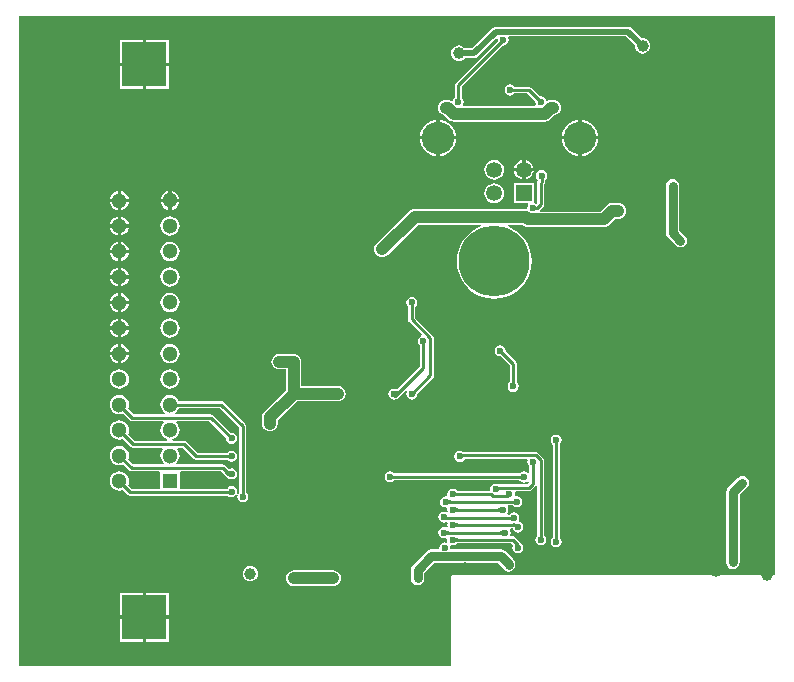
<source format=gbl>
G04*
G04 #@! TF.GenerationSoftware,Altium Limited,Altium Designer,18.1.7 (191)*
G04*
G04 Layer_Physical_Order=2*
G04 Layer_Color=16711680*
%FSLAX25Y25*%
%MOIN*%
G70*
G01*
G75*
%ADD10C,0.01968*%
%ADD15C,0.01000*%
%ADD63C,0.03937*%
%ADD64C,0.03150*%
%ADD65R,0.15000X0.15000*%
%ADD66C,0.05118*%
%ADD67R,0.05118X0.05118*%
%ADD68R,0.05315X0.05315*%
%ADD69C,0.05315*%
%ADD70C,0.10827*%
%ADD71C,0.23622*%
%ADD72C,0.03937*%
%ADD73C,0.02362*%
G36*
X251969Y-186366D02*
X144685D01*
X144439Y-186415D01*
X144231Y-186554D01*
X144092Y-186762D01*
X144043Y-187008D01*
Y-216535D01*
X0D01*
Y0D01*
X251969D01*
Y-186366D01*
D02*
G37*
%LPC*%
G36*
X203150Y-3472D02*
X159055D01*
X158425Y-3598D01*
X157891Y-3954D01*
X151092Y-10754D01*
X148666D01*
X148507Y-10546D01*
X147964Y-10130D01*
X147332Y-9868D01*
X146654Y-9779D01*
X145975Y-9868D01*
X145343Y-10130D01*
X144800Y-10546D01*
X144384Y-11089D01*
X144122Y-11721D01*
X144033Y-12400D01*
X144122Y-13078D01*
X144384Y-13710D01*
X144800Y-14253D01*
X145343Y-14669D01*
X145975Y-14931D01*
X146654Y-15020D01*
X147332Y-14931D01*
X147964Y-14669D01*
X148507Y-14253D01*
X148666Y-14045D01*
X151774D01*
X152403Y-13920D01*
X152937Y-13563D01*
X159196Y-7305D01*
X159657Y-7551D01*
X159571Y-7982D01*
X159607Y-8163D01*
X145642Y-22128D01*
X145392Y-22502D01*
X145305Y-22943D01*
Y-27332D01*
X145151Y-27435D01*
X144751Y-28034D01*
X144733Y-28121D01*
X144265Y-28297D01*
X144194Y-28242D01*
X143562Y-27980D01*
X142883Y-27891D01*
X142224D01*
X141546Y-27980D01*
X140914Y-28242D01*
X140371Y-28659D01*
X139955Y-29201D01*
X139693Y-29833D01*
X139604Y-30512D01*
X139693Y-31190D01*
X139955Y-31822D01*
X140371Y-32365D01*
X140914Y-32781D01*
X141546Y-33043D01*
X141733Y-33068D01*
X143038Y-34373D01*
X143581Y-34789D01*
X144213Y-35051D01*
X144891Y-35140D01*
X175282D01*
X175961Y-35051D01*
X176593Y-34789D01*
X177135Y-34373D01*
X178410Y-33098D01*
X178828Y-33043D01*
X179460Y-32781D01*
X180003Y-32365D01*
X180419Y-31822D01*
X180681Y-31190D01*
X180771Y-30512D01*
X180681Y-29833D01*
X180419Y-29201D01*
X180003Y-28659D01*
X179460Y-28242D01*
X178828Y-27980D01*
X178150Y-27891D01*
X177290D01*
X176612Y-27980D01*
X176192Y-28154D01*
X176156Y-28161D01*
X175638Y-27930D01*
X175619Y-27837D01*
X175219Y-27238D01*
X174620Y-26837D01*
X173914Y-26697D01*
X173732Y-26733D01*
X170791Y-23792D01*
X170417Y-23542D01*
X169976Y-23454D01*
X165137D01*
X165034Y-23301D01*
X164435Y-22900D01*
X163728Y-22760D01*
X163022Y-22900D01*
X162423Y-23301D01*
X162022Y-23900D01*
X161882Y-24606D01*
X162022Y-25313D01*
X162423Y-25912D01*
X163022Y-26312D01*
X163728Y-26453D01*
X164435Y-26312D01*
X165034Y-25912D01*
X165137Y-25758D01*
X169499D01*
X172103Y-28362D01*
X172067Y-28543D01*
X172207Y-29250D01*
X172307Y-29399D01*
X172040Y-29899D01*
X148391D01*
X148195Y-29532D01*
X148172Y-29399D01*
X148303Y-28740D01*
X148163Y-28034D01*
X147762Y-27435D01*
X147609Y-27332D01*
Y-23420D01*
X161236Y-9793D01*
X161417Y-9829D01*
X162124Y-9688D01*
X162723Y-9288D01*
X163123Y-8689D01*
X163264Y-7982D01*
X163123Y-7276D01*
X163076Y-7205D01*
X163312Y-6764D01*
X202468D01*
X205287Y-9583D01*
X205253Y-9843D01*
X205343Y-10521D01*
X205604Y-11153D01*
X206021Y-11696D01*
X206564Y-12112D01*
X207196Y-12374D01*
X207874Y-12463D01*
X208552Y-12374D01*
X209184Y-12112D01*
X209727Y-11696D01*
X210144Y-11153D01*
X210406Y-10521D01*
X210495Y-9843D01*
X210406Y-9164D01*
X210144Y-8532D01*
X209727Y-7989D01*
X209184Y-7573D01*
X208552Y-7311D01*
X207874Y-7222D01*
X207615Y-7256D01*
X204313Y-3954D01*
X203779Y-3598D01*
X203150Y-3472D01*
D02*
G37*
G36*
X49984Y-7967D02*
X42445D01*
Y-15507D01*
X49984D01*
Y-7967D01*
D02*
G37*
G36*
X41264D02*
X33724D01*
Y-15507D01*
X41264D01*
Y-7967D01*
D02*
G37*
G36*
X49984Y-16688D02*
X42445D01*
Y-24227D01*
X49984D01*
Y-16688D01*
D02*
G37*
G36*
X41264D02*
X33724D01*
Y-24227D01*
X41264D01*
Y-16688D01*
D02*
G37*
G36*
X187677Y-34497D02*
Y-39921D01*
X193101D01*
X193043Y-39327D01*
X192697Y-38188D01*
X192136Y-37138D01*
X191381Y-36218D01*
X190460Y-35463D01*
X189410Y-34902D01*
X188271Y-34556D01*
X187677Y-34497D01*
D02*
G37*
G36*
X186496D02*
X185902Y-34556D01*
X184763Y-34902D01*
X183713Y-35463D01*
X182793Y-36218D01*
X182038Y-37138D01*
X181476Y-38188D01*
X181131Y-39327D01*
X181072Y-39921D01*
X186496D01*
Y-34497D01*
D02*
G37*
G36*
X140276D02*
Y-39921D01*
X145700D01*
X145641Y-39327D01*
X145295Y-38188D01*
X144734Y-37138D01*
X143979Y-36218D01*
X143059Y-35463D01*
X142009Y-34902D01*
X140870Y-34556D01*
X140276Y-34497D01*
D02*
G37*
G36*
X139094D02*
X138500Y-34556D01*
X137361Y-34902D01*
X136311Y-35463D01*
X135391Y-36218D01*
X134636Y-37138D01*
X134075Y-38188D01*
X133729Y-39327D01*
X133671Y-39921D01*
X139094D01*
Y-34497D01*
D02*
G37*
G36*
X193101Y-41102D02*
X187677D01*
Y-46526D01*
X188271Y-46468D01*
X189410Y-46122D01*
X190460Y-45561D01*
X191381Y-44806D01*
X192136Y-43886D01*
X192697Y-42836D01*
X193043Y-41697D01*
X193101Y-41102D01*
D02*
G37*
G36*
X186496D02*
X181072D01*
X181131Y-41697D01*
X181476Y-42836D01*
X182038Y-43886D01*
X182793Y-44806D01*
X183713Y-45561D01*
X184763Y-46122D01*
X185902Y-46468D01*
X186496Y-46526D01*
Y-41102D01*
D02*
G37*
G36*
X145700D02*
X140276D01*
Y-46526D01*
X140870Y-46468D01*
X142009Y-46122D01*
X143059Y-45561D01*
X143979Y-44806D01*
X144734Y-43886D01*
X145295Y-42836D01*
X145641Y-41697D01*
X145700Y-41102D01*
D02*
G37*
G36*
X139094D02*
X133671D01*
X133729Y-41697D01*
X134075Y-42836D01*
X134636Y-43886D01*
X135391Y-44806D01*
X136311Y-45561D01*
X137361Y-46122D01*
X138500Y-46468D01*
X139094Y-46526D01*
Y-41102D01*
D02*
G37*
G36*
X168898Y-47943D02*
Y-50591D01*
X171545D01*
X171510Y-50323D01*
X171179Y-49523D01*
X170652Y-48836D01*
X169965Y-48310D01*
X169165Y-47978D01*
X168898Y-47943D01*
D02*
G37*
G36*
X167717D02*
X167449Y-47978D01*
X166649Y-48310D01*
X165963Y-48836D01*
X165436Y-49523D01*
X165104Y-50323D01*
X165069Y-50591D01*
X167717D01*
Y-47943D01*
D02*
G37*
G36*
X171545Y-51772D02*
X168898D01*
Y-54419D01*
X169165Y-54384D01*
X169965Y-54053D01*
X170652Y-53526D01*
X171179Y-52839D01*
X171510Y-52039D01*
X171545Y-51772D01*
D02*
G37*
G36*
X167717D02*
X165069D01*
X165104Y-52039D01*
X165436Y-52839D01*
X165963Y-53526D01*
X166649Y-54053D01*
X167449Y-54384D01*
X167717Y-54419D01*
Y-51772D01*
D02*
G37*
G36*
X158465Y-47865D02*
X157606Y-47978D01*
X156807Y-48310D01*
X156120Y-48836D01*
X155593Y-49523D01*
X155262Y-50323D01*
X155149Y-51181D01*
X155262Y-52039D01*
X155593Y-52839D01*
X156120Y-53526D01*
X156807Y-54053D01*
X157606Y-54384D01*
X158465Y-54497D01*
X159323Y-54384D01*
X160123Y-54053D01*
X160809Y-53526D01*
X161336Y-52839D01*
X161668Y-52039D01*
X161781Y-51181D01*
X161668Y-50323D01*
X161336Y-49523D01*
X160809Y-48836D01*
X160123Y-48310D01*
X159323Y-47978D01*
X158465Y-47865D01*
D02*
G37*
G36*
X50945Y-58293D02*
Y-60841D01*
X53493D01*
X53461Y-60599D01*
X53140Y-59824D01*
X52629Y-59157D01*
X51963Y-58646D01*
X51187Y-58325D01*
X50945Y-58293D01*
D02*
G37*
G36*
X49764D02*
X49522Y-58325D01*
X48746Y-58646D01*
X48080Y-59157D01*
X47569Y-59824D01*
X47247Y-60599D01*
X47216Y-60841D01*
X49764D01*
Y-58293D01*
D02*
G37*
G36*
X34055Y-58336D02*
Y-60884D01*
X36603D01*
X36571Y-60642D01*
X36250Y-59867D01*
X35739Y-59201D01*
X35073Y-58689D01*
X34297Y-58368D01*
X34055Y-58336D01*
D02*
G37*
G36*
X32874D02*
X32632Y-58368D01*
X31856Y-58689D01*
X31190Y-59201D01*
X30679Y-59867D01*
X30358Y-60642D01*
X30326Y-60884D01*
X32874D01*
Y-58336D01*
D02*
G37*
G36*
X158465Y-55739D02*
X157606Y-55852D01*
X156807Y-56184D01*
X156120Y-56710D01*
X155593Y-57397D01*
X155262Y-58197D01*
X155149Y-59055D01*
X155262Y-59913D01*
X155593Y-60713D01*
X156120Y-61400D01*
X156807Y-61927D01*
X157606Y-62258D01*
X158465Y-62371D01*
X159323Y-62258D01*
X160123Y-61927D01*
X160809Y-61400D01*
X161336Y-60713D01*
X161668Y-59913D01*
X161781Y-59055D01*
X161668Y-58197D01*
X161336Y-57397D01*
X160809Y-56710D01*
X160123Y-56184D01*
X159323Y-55852D01*
X158465Y-55739D01*
D02*
G37*
G36*
X174212Y-51303D02*
X173506Y-51444D01*
X172907Y-51844D01*
X172506Y-52443D01*
X172366Y-53149D01*
X172506Y-53856D01*
X172907Y-54455D01*
X173060Y-54558D01*
Y-54755D01*
X172849Y-55071D01*
X172761Y-55512D01*
Y-62224D01*
X172415Y-62570D01*
X171966Y-62270D01*
X171595Y-62196D01*
Y-55768D01*
X165020D01*
Y-62343D01*
X169613D01*
X169839Y-62843D01*
X169554Y-63270D01*
X169413Y-63976D01*
X169076Y-64336D01*
X168867Y-64308D01*
X131889D01*
X131211Y-64398D01*
X130579Y-64659D01*
X130036Y-65076D01*
X119210Y-75902D01*
X118793Y-76445D01*
X118531Y-77077D01*
X118442Y-77756D01*
X118531Y-78434D01*
X118793Y-79066D01*
X119210Y-79609D01*
X119752Y-80026D01*
X120384Y-80287D01*
X121063Y-80377D01*
X121741Y-80287D01*
X122373Y-80026D01*
X122916Y-79609D01*
X132975Y-69550D01*
X153964D01*
X154064Y-70050D01*
X152799Y-70574D01*
X151129Y-71597D01*
X149640Y-72869D01*
X148369Y-74358D01*
X147345Y-76028D01*
X146596Y-77837D01*
X146139Y-79741D01*
X145985Y-81693D01*
X146139Y-83645D01*
X146596Y-85549D01*
X147345Y-87358D01*
X148369Y-89028D01*
X149640Y-90517D01*
X151129Y-91789D01*
X152799Y-92812D01*
X154608Y-93562D01*
X156512Y-94019D01*
X158465Y-94172D01*
X160417Y-94019D01*
X162321Y-93562D01*
X164130Y-92812D01*
X165800Y-91789D01*
X167289Y-90517D01*
X168561Y-89028D01*
X169584Y-87358D01*
X170333Y-85549D01*
X170790Y-83645D01*
X170944Y-81693D01*
X170790Y-79741D01*
X170333Y-77837D01*
X169584Y-76028D01*
X168561Y-74358D01*
X167289Y-72869D01*
X165800Y-71597D01*
X164130Y-70574D01*
X162866Y-70050D01*
X162965Y-69550D01*
X167782D01*
X167841Y-69609D01*
X168384Y-70025D01*
X169016Y-70287D01*
X169694Y-70377D01*
X194933D01*
X195611Y-70287D01*
X196244Y-70025D01*
X196786Y-69609D01*
X198814Y-67581D01*
X199803D01*
X200482Y-67492D01*
X201114Y-67230D01*
X201656Y-66814D01*
X202073Y-66271D01*
X202335Y-65639D01*
X202424Y-64961D01*
X202335Y-64282D01*
X202073Y-63650D01*
X201656Y-63107D01*
X201114Y-62691D01*
X200482Y-62429D01*
X199803Y-62340D01*
X197728D01*
X197050Y-62429D01*
X196418Y-62691D01*
X195875Y-63107D01*
X193848Y-65135D01*
X173816D01*
X173609Y-64635D01*
X174728Y-63515D01*
X174978Y-63142D01*
X175066Y-62701D01*
Y-55970D01*
X175277Y-55654D01*
X175364Y-55213D01*
Y-54558D01*
X175518Y-54455D01*
X175918Y-53856D01*
X176059Y-53149D01*
X175918Y-52443D01*
X175518Y-51844D01*
X174919Y-51444D01*
X174212Y-51303D01*
D02*
G37*
G36*
X53493Y-62022D02*
X50945D01*
Y-64570D01*
X51187Y-64539D01*
X51963Y-64217D01*
X52629Y-63706D01*
X53140Y-63040D01*
X53461Y-62264D01*
X53493Y-62022D01*
D02*
G37*
G36*
X49764D02*
X47216D01*
X47247Y-62264D01*
X47569Y-63040D01*
X48080Y-63706D01*
X48746Y-64217D01*
X49522Y-64539D01*
X49764Y-64570D01*
Y-62022D01*
D02*
G37*
G36*
X36603Y-62066D02*
X34055D01*
Y-64614D01*
X34297Y-64582D01*
X35073Y-64261D01*
X35739Y-63749D01*
X36250Y-63083D01*
X36571Y-62307D01*
X36603Y-62066D01*
D02*
G37*
G36*
X32874D02*
X30326D01*
X30358Y-62307D01*
X30679Y-63083D01*
X31190Y-63749D01*
X31856Y-64261D01*
X32632Y-64582D01*
X32874Y-64614D01*
Y-62066D01*
D02*
G37*
G36*
X34055Y-66797D02*
Y-69345D01*
X36603D01*
X36571Y-69103D01*
X36250Y-68327D01*
X35739Y-67661D01*
X35073Y-67150D01*
X34297Y-66829D01*
X34055Y-66797D01*
D02*
G37*
G36*
X32874D02*
X32632Y-66829D01*
X31856Y-67150D01*
X31190Y-67661D01*
X30679Y-68327D01*
X30358Y-69103D01*
X30326Y-69345D01*
X32874D01*
Y-66797D01*
D02*
G37*
G36*
X36603Y-70526D02*
X34055D01*
Y-73074D01*
X34297Y-73042D01*
X35073Y-72721D01*
X35739Y-72210D01*
X36250Y-71544D01*
X36571Y-70768D01*
X36603Y-70526D01*
D02*
G37*
G36*
X32874D02*
X30326D01*
X30358Y-70768D01*
X30679Y-71544D01*
X31190Y-72210D01*
X31856Y-72721D01*
X32632Y-73042D01*
X32874Y-73074D01*
Y-70526D01*
D02*
G37*
G36*
X50354Y-66719D02*
X49522Y-66829D01*
X48746Y-67150D01*
X48080Y-67661D01*
X47569Y-68327D01*
X47247Y-69103D01*
X47138Y-69936D01*
X47247Y-70768D01*
X47569Y-71544D01*
X48080Y-72210D01*
X48746Y-72721D01*
X49522Y-73042D01*
X50354Y-73152D01*
X51187Y-73042D01*
X51963Y-72721D01*
X52629Y-72210D01*
X53140Y-71544D01*
X53461Y-70768D01*
X53571Y-69936D01*
X53461Y-69103D01*
X53140Y-68327D01*
X52629Y-67661D01*
X51963Y-67150D01*
X51187Y-66829D01*
X50354Y-66719D01*
D02*
G37*
G36*
X217913Y-54248D02*
X217053Y-54419D01*
X216324Y-54907D01*
X215837Y-55636D01*
X215666Y-56496D01*
Y-72244D01*
X215837Y-73104D01*
X216324Y-73834D01*
X218883Y-76393D01*
X219612Y-76880D01*
X220472Y-77051D01*
X221333Y-76880D01*
X222062Y-76393D01*
X222549Y-75663D01*
X222720Y-74803D01*
X222549Y-73943D01*
X222062Y-73214D01*
X220161Y-71313D01*
Y-56496D01*
X219990Y-55636D01*
X219503Y-54907D01*
X218774Y-54419D01*
X217913Y-54248D01*
D02*
G37*
G36*
X34055Y-75301D02*
Y-77849D01*
X36603D01*
X36571Y-77607D01*
X36250Y-76831D01*
X35739Y-76165D01*
X35073Y-75654D01*
X34297Y-75333D01*
X34055Y-75301D01*
D02*
G37*
G36*
X32874D02*
X32632Y-75333D01*
X31856Y-75654D01*
X31190Y-76165D01*
X30679Y-76831D01*
X30358Y-77607D01*
X30326Y-77849D01*
X32874D01*
Y-75301D01*
D02*
G37*
G36*
X36603Y-79030D02*
X34055D01*
Y-81578D01*
X34297Y-81546D01*
X35073Y-81225D01*
X35739Y-80714D01*
X36250Y-80048D01*
X36571Y-79272D01*
X36603Y-79030D01*
D02*
G37*
G36*
X32874D02*
X30326D01*
X30358Y-79272D01*
X30679Y-80048D01*
X31190Y-80714D01*
X31856Y-81225D01*
X32632Y-81546D01*
X32874Y-81578D01*
Y-79030D01*
D02*
G37*
G36*
X50354Y-75223D02*
X49522Y-75333D01*
X48746Y-75654D01*
X48080Y-76165D01*
X47569Y-76831D01*
X47247Y-77607D01*
X47138Y-78439D01*
X47247Y-79272D01*
X47569Y-80048D01*
X48080Y-80714D01*
X48746Y-81225D01*
X49522Y-81546D01*
X50354Y-81656D01*
X51187Y-81546D01*
X51963Y-81225D01*
X52629Y-80714D01*
X53140Y-80048D01*
X53461Y-79272D01*
X53571Y-78439D01*
X53461Y-77607D01*
X53140Y-76831D01*
X52629Y-76165D01*
X51963Y-75654D01*
X51187Y-75333D01*
X50354Y-75223D01*
D02*
G37*
G36*
X34055Y-83836D02*
Y-86384D01*
X36603D01*
X36571Y-86142D01*
X36250Y-85367D01*
X35739Y-84701D01*
X35073Y-84189D01*
X34297Y-83868D01*
X34055Y-83836D01*
D02*
G37*
G36*
X32874D02*
X32632Y-83868D01*
X31856Y-84189D01*
X31190Y-84701D01*
X30679Y-85367D01*
X30358Y-86142D01*
X30326Y-86384D01*
X32874D01*
Y-83836D01*
D02*
G37*
G36*
X36603Y-87565D02*
X34055D01*
Y-90114D01*
X34297Y-90082D01*
X35073Y-89761D01*
X35739Y-89249D01*
X36250Y-88583D01*
X36571Y-87807D01*
X36603Y-87565D01*
D02*
G37*
G36*
X32874D02*
X30326D01*
X30358Y-87807D01*
X30679Y-88583D01*
X31190Y-89249D01*
X31856Y-89761D01*
X32632Y-90082D01*
X32874Y-90114D01*
Y-87565D01*
D02*
G37*
G36*
X50354Y-83727D02*
X49522Y-83837D01*
X48746Y-84158D01*
X48080Y-84669D01*
X47569Y-85335D01*
X47247Y-86111D01*
X47138Y-86944D01*
X47247Y-87776D01*
X47569Y-88552D01*
X48080Y-89218D01*
X48746Y-89729D01*
X49522Y-90050D01*
X50354Y-90160D01*
X51187Y-90050D01*
X51963Y-89729D01*
X52629Y-89218D01*
X53140Y-88552D01*
X53461Y-87776D01*
X53571Y-86944D01*
X53461Y-86111D01*
X53140Y-85335D01*
X52629Y-84669D01*
X51963Y-84158D01*
X51187Y-83837D01*
X50354Y-83727D01*
D02*
G37*
G36*
X34055Y-92336D02*
Y-94884D01*
X36603D01*
X36571Y-94642D01*
X36250Y-93867D01*
X35739Y-93200D01*
X35073Y-92689D01*
X34297Y-92368D01*
X34055Y-92336D01*
D02*
G37*
G36*
X32874D02*
X32632Y-92368D01*
X31856Y-92689D01*
X31190Y-93200D01*
X30679Y-93867D01*
X30358Y-94642D01*
X30326Y-94884D01*
X32874D01*
Y-92336D01*
D02*
G37*
G36*
X36603Y-96065D02*
X34055D01*
Y-98614D01*
X34297Y-98582D01*
X35073Y-98260D01*
X35739Y-97749D01*
X36250Y-97083D01*
X36571Y-96307D01*
X36603Y-96065D01*
D02*
G37*
G36*
X32874D02*
X30326D01*
X30358Y-96307D01*
X30679Y-97083D01*
X31190Y-97749D01*
X31856Y-98260D01*
X32632Y-98582D01*
X32874Y-98614D01*
Y-96065D01*
D02*
G37*
G36*
X50354Y-92231D02*
X49522Y-92341D01*
X48746Y-92662D01*
X48080Y-93173D01*
X47569Y-93839D01*
X47247Y-94615D01*
X47138Y-95447D01*
X47247Y-96280D01*
X47569Y-97056D01*
X48080Y-97722D01*
X48746Y-98233D01*
X49522Y-98554D01*
X50354Y-98664D01*
X51187Y-98554D01*
X51963Y-98233D01*
X52629Y-97722D01*
X53140Y-97056D01*
X53461Y-96280D01*
X53571Y-95447D01*
X53461Y-94615D01*
X53140Y-93839D01*
X52629Y-93173D01*
X51963Y-92662D01*
X51187Y-92341D01*
X50354Y-92231D01*
D02*
G37*
G36*
X34055Y-100836D02*
Y-103384D01*
X36603D01*
X36571Y-103142D01*
X36250Y-102367D01*
X35739Y-101700D01*
X35073Y-101189D01*
X34297Y-100868D01*
X34055Y-100836D01*
D02*
G37*
G36*
X32874D02*
X32632Y-100868D01*
X31856Y-101189D01*
X31190Y-101700D01*
X30679Y-102367D01*
X30358Y-103142D01*
X30326Y-103384D01*
X32874D01*
Y-100836D01*
D02*
G37*
G36*
X36603Y-104566D02*
X34055D01*
Y-107114D01*
X34297Y-107082D01*
X35073Y-106761D01*
X35739Y-106249D01*
X36250Y-105583D01*
X36571Y-104807D01*
X36603Y-104566D01*
D02*
G37*
G36*
X32874D02*
X30326D01*
X30358Y-104807D01*
X30679Y-105583D01*
X31190Y-106249D01*
X31856Y-106761D01*
X32632Y-107082D01*
X32874Y-107114D01*
Y-104566D01*
D02*
G37*
G36*
X50354Y-100735D02*
X49522Y-100844D01*
X48746Y-101166D01*
X48080Y-101677D01*
X47569Y-102343D01*
X47247Y-103119D01*
X47138Y-103951D01*
X47247Y-104784D01*
X47569Y-105560D01*
X48080Y-106226D01*
X48746Y-106737D01*
X49522Y-107058D01*
X50354Y-107168D01*
X51187Y-107058D01*
X51963Y-106737D01*
X52629Y-106226D01*
X53140Y-105560D01*
X53461Y-104784D01*
X53571Y-103951D01*
X53461Y-103119D01*
X53140Y-102343D01*
X52629Y-101677D01*
X51963Y-101166D01*
X51187Y-100844D01*
X50354Y-100735D01*
D02*
G37*
G36*
X34055Y-109336D02*
Y-111884D01*
X36603D01*
X36571Y-111642D01*
X36250Y-110867D01*
X35739Y-110201D01*
X35073Y-109689D01*
X34297Y-109368D01*
X34055Y-109336D01*
D02*
G37*
G36*
X32874D02*
X32632Y-109368D01*
X31856Y-109689D01*
X31190Y-110201D01*
X30679Y-110867D01*
X30358Y-111642D01*
X30326Y-111884D01*
X32874D01*
Y-109336D01*
D02*
G37*
G36*
X36603Y-113066D02*
X34055D01*
Y-115614D01*
X34297Y-115582D01*
X35073Y-115261D01*
X35739Y-114749D01*
X36250Y-114083D01*
X36571Y-113307D01*
X36603Y-113066D01*
D02*
G37*
G36*
X32874D02*
X30326D01*
X30358Y-113307D01*
X30679Y-114083D01*
X31190Y-114749D01*
X31856Y-115261D01*
X32632Y-115582D01*
X32874Y-115614D01*
Y-113066D01*
D02*
G37*
G36*
X50354Y-109239D02*
X49522Y-109348D01*
X48746Y-109670D01*
X48080Y-110181D01*
X47569Y-110847D01*
X47247Y-111623D01*
X47138Y-112455D01*
X47247Y-113288D01*
X47569Y-114064D01*
X48080Y-114730D01*
X48746Y-115241D01*
X49522Y-115562D01*
X50354Y-115672D01*
X51187Y-115562D01*
X51963Y-115241D01*
X52629Y-114730D01*
X53140Y-114064D01*
X53461Y-113288D01*
X53571Y-112455D01*
X53461Y-111623D01*
X53140Y-110847D01*
X52629Y-110181D01*
X51963Y-109670D01*
X51187Y-109348D01*
X50354Y-109239D01*
D02*
G37*
G36*
Y-117743D02*
X49522Y-117852D01*
X48746Y-118174D01*
X48080Y-118685D01*
X47569Y-119351D01*
X47247Y-120127D01*
X47138Y-120959D01*
X47247Y-121792D01*
X47569Y-122568D01*
X48080Y-123234D01*
X48746Y-123745D01*
X49522Y-124066D01*
X50354Y-124176D01*
X51187Y-124066D01*
X51963Y-123745D01*
X52629Y-123234D01*
X53140Y-122568D01*
X53461Y-121792D01*
X53571Y-120959D01*
X53461Y-120127D01*
X53140Y-119351D01*
X52629Y-118685D01*
X51963Y-118174D01*
X51187Y-117852D01*
X50354Y-117743D01*
D02*
G37*
G36*
X33465Y-117758D02*
X32632Y-117868D01*
X31856Y-118189D01*
X31190Y-118701D01*
X30679Y-119367D01*
X30358Y-120142D01*
X30248Y-120975D01*
X30358Y-121807D01*
X30679Y-122583D01*
X31190Y-123249D01*
X31856Y-123760D01*
X32632Y-124082D01*
X33465Y-124191D01*
X34297Y-124082D01*
X35073Y-123760D01*
X35739Y-123249D01*
X36250Y-122583D01*
X36571Y-121807D01*
X36681Y-120975D01*
X36571Y-120142D01*
X36250Y-119367D01*
X35739Y-118701D01*
X35073Y-118189D01*
X34297Y-117868D01*
X33465Y-117758D01*
D02*
G37*
G36*
X130906Y-93597D02*
X130199Y-93737D01*
X129600Y-94137D01*
X129200Y-94736D01*
X129059Y-95443D01*
X129200Y-96150D01*
X129600Y-96749D01*
X129753Y-96851D01*
Y-101062D01*
X129841Y-101503D01*
X130091Y-101877D01*
X134295Y-106081D01*
X134174Y-106479D01*
X134096Y-106589D01*
X133537Y-106962D01*
X133137Y-107561D01*
X132996Y-108268D01*
X133137Y-108974D01*
X133537Y-109573D01*
X133691Y-109676D01*
Y-116649D01*
X125919Y-124420D01*
X125706Y-124278D01*
X125000Y-124137D01*
X124293Y-124278D01*
X123694Y-124678D01*
X123294Y-125277D01*
X123153Y-125984D01*
X123294Y-126691D01*
X123694Y-127290D01*
X124293Y-127690D01*
X125000Y-127831D01*
X125161Y-127798D01*
X125295Y-127825D01*
X125295Y-127825D01*
X125295Y-127825D01*
X125295D01*
X125515Y-127782D01*
X125735Y-127738D01*
X125736Y-127738D01*
X125736Y-127738D01*
X125928Y-127609D01*
X126109Y-127488D01*
X126306Y-127292D01*
X126306Y-127291D01*
X126307Y-127291D01*
X129007Y-124591D01*
X129060Y-124586D01*
X129266Y-124840D01*
X129341Y-125066D01*
X129199Y-125277D01*
X129059Y-125984D01*
X129199Y-126691D01*
X129599Y-127290D01*
X130199Y-127690D01*
X130905Y-127831D01*
X131612Y-127690D01*
X132211Y-127290D01*
X132611Y-126691D01*
X132752Y-125984D01*
X132716Y-125803D01*
X137968Y-120550D01*
X138218Y-120177D01*
X138306Y-119736D01*
Y-107310D01*
X138218Y-106869D01*
X137968Y-106496D01*
X132058Y-100585D01*
Y-96851D01*
X132211Y-96749D01*
X132612Y-96150D01*
X132752Y-95443D01*
X132612Y-94736D01*
X132211Y-94137D01*
X131612Y-93737D01*
X130906Y-93597D01*
D02*
G37*
G36*
X160433Y-109650D02*
X159726Y-109790D01*
X159127Y-110190D01*
X158727Y-110789D01*
X158587Y-111496D01*
X158727Y-112203D01*
X159127Y-112802D01*
X159726Y-113202D01*
X160433Y-113342D01*
X160614Y-113306D01*
X163607Y-116299D01*
Y-122012D01*
X163453Y-122115D01*
X163053Y-122714D01*
X162913Y-123421D01*
X163053Y-124127D01*
X163453Y-124726D01*
X164052Y-125126D01*
X164759Y-125267D01*
X165466Y-125126D01*
X166065Y-124726D01*
X166465Y-124127D01*
X166606Y-123421D01*
X166465Y-122714D01*
X166065Y-122115D01*
X165911Y-122012D01*
Y-115822D01*
X165823Y-115381D01*
X165574Y-115007D01*
X162243Y-111677D01*
X162279Y-111496D01*
X162139Y-110789D01*
X161739Y-110190D01*
X161140Y-109790D01*
X160433Y-109650D01*
D02*
G37*
G36*
X50354Y-126247D02*
X49522Y-126356D01*
X48746Y-126678D01*
X48080Y-127189D01*
X47569Y-127855D01*
X47247Y-128631D01*
X47138Y-129463D01*
X47247Y-130296D01*
X47569Y-131071D01*
X48080Y-131737D01*
X48691Y-132206D01*
X48682Y-132398D01*
X48550Y-132706D01*
X38292D01*
X36373Y-130787D01*
X36571Y-130307D01*
X36681Y-129475D01*
X36571Y-128642D01*
X36250Y-127867D01*
X35739Y-127200D01*
X35073Y-126689D01*
X34297Y-126368D01*
X33465Y-126258D01*
X32632Y-126368D01*
X31856Y-126689D01*
X31190Y-127200D01*
X30679Y-127867D01*
X30358Y-128642D01*
X30248Y-129475D01*
X30358Y-130307D01*
X30679Y-131083D01*
X31190Y-131749D01*
X31856Y-132261D01*
X32632Y-132582D01*
X33465Y-132691D01*
X34297Y-132582D01*
X34730Y-132403D01*
X37000Y-134673D01*
X37374Y-134923D01*
X37815Y-135010D01*
X48148D01*
X48318Y-135510D01*
X48080Y-135693D01*
X47569Y-136359D01*
X47247Y-137135D01*
X47138Y-137967D01*
X47247Y-138800D01*
X47569Y-139575D01*
X48080Y-140242D01*
X48746Y-140753D01*
X49522Y-141074D01*
X49448Y-141565D01*
X38650D01*
X36373Y-139287D01*
X36571Y-138807D01*
X36681Y-137975D01*
X36571Y-137142D01*
X36250Y-136367D01*
X35739Y-135701D01*
X35073Y-135189D01*
X34297Y-134868D01*
X33465Y-134758D01*
X32632Y-134868D01*
X31856Y-135189D01*
X31190Y-135701D01*
X30679Y-136367D01*
X30358Y-137142D01*
X30248Y-137975D01*
X30358Y-138807D01*
X30679Y-139583D01*
X31190Y-140249D01*
X31856Y-140761D01*
X32632Y-141082D01*
X33465Y-141191D01*
X34297Y-141082D01*
X34730Y-140902D01*
X37359Y-143531D01*
X37359Y-143531D01*
X37732Y-143781D01*
X38173Y-143869D01*
X47724D01*
X47948Y-144369D01*
X47569Y-144863D01*
X47247Y-145639D01*
X47138Y-146471D01*
X47247Y-147304D01*
X47569Y-148079D01*
X48080Y-148746D01*
X48332Y-148939D01*
X48162Y-149439D01*
X38024D01*
X36373Y-147787D01*
X36571Y-147307D01*
X36681Y-146475D01*
X36571Y-145642D01*
X36250Y-144867D01*
X35739Y-144201D01*
X35073Y-143689D01*
X34297Y-143368D01*
X33465Y-143258D01*
X32632Y-143368D01*
X31856Y-143689D01*
X31190Y-144201D01*
X30679Y-144867D01*
X30358Y-145642D01*
X30248Y-146475D01*
X30358Y-147307D01*
X30679Y-148083D01*
X31190Y-148749D01*
X31856Y-149260D01*
X32632Y-149582D01*
X33465Y-149691D01*
X34297Y-149582D01*
X34730Y-149402D01*
X36733Y-151405D01*
X37106Y-151655D01*
X37547Y-151743D01*
X46683D01*
X47165Y-151786D01*
X47165Y-152243D01*
Y-157545D01*
X37631D01*
X36373Y-156287D01*
X36571Y-155807D01*
X36681Y-154975D01*
X36571Y-154142D01*
X36250Y-153367D01*
X35739Y-152700D01*
X35073Y-152189D01*
X34297Y-151868D01*
X33465Y-151758D01*
X32632Y-151868D01*
X31856Y-152189D01*
X31190Y-152700D01*
X30679Y-153367D01*
X30358Y-154142D01*
X30248Y-154975D01*
X30358Y-155807D01*
X30679Y-156583D01*
X31190Y-157249D01*
X31856Y-157761D01*
X32632Y-158082D01*
X33465Y-158191D01*
X34297Y-158082D01*
X34730Y-157903D01*
X36339Y-159511D01*
X36713Y-159761D01*
X37154Y-159849D01*
X37154Y-159849D01*
X69678D01*
X70159Y-160170D01*
X70866Y-160311D01*
X71573Y-160170D01*
X72172Y-159770D01*
X72372Y-159471D01*
X72451Y-159351D01*
X72922Y-159546D01*
X72892Y-159700D01*
X72807Y-160126D01*
X72948Y-160832D01*
X73348Y-161431D01*
X73947Y-161831D01*
X74654Y-161972D01*
X75360Y-161831D01*
X75959Y-161431D01*
X76359Y-160832D01*
X76500Y-160126D01*
X76359Y-159419D01*
X75959Y-158820D01*
X75806Y-158717D01*
Y-136661D01*
X75718Y-136221D01*
X75468Y-135847D01*
X68303Y-128681D01*
X67929Y-128432D01*
X67488Y-128344D01*
X53342D01*
X53140Y-127855D01*
X52629Y-127189D01*
X51963Y-126678D01*
X51187Y-126356D01*
X50354Y-126247D01*
D02*
G37*
G36*
X91536Y-112537D02*
X86811D01*
X86133Y-112626D01*
X85501Y-112888D01*
X84958Y-113304D01*
X84541Y-113847D01*
X84280Y-114479D01*
X84190Y-115157D01*
X84280Y-115836D01*
X84541Y-116468D01*
X84958Y-117011D01*
X85501Y-117427D01*
X86133Y-117689D01*
X86811Y-117778D01*
X88915D01*
Y-124702D01*
X81808Y-131808D01*
X81392Y-132351D01*
X81130Y-132983D01*
X81041Y-133661D01*
Y-135827D01*
X81130Y-136505D01*
X81392Y-137137D01*
X81808Y-137680D01*
X82351Y-138096D01*
X82983Y-138358D01*
X83661Y-138448D01*
X84340Y-138358D01*
X84972Y-138096D01*
X85515Y-137680D01*
X85931Y-137137D01*
X86193Y-136505D01*
X86282Y-135827D01*
Y-134747D01*
X92621Y-128408D01*
X106299D01*
X106977Y-128319D01*
X107610Y-128057D01*
X108152Y-127641D01*
X108569Y-127098D01*
X108831Y-126466D01*
X108920Y-125787D01*
X108831Y-125109D01*
X108569Y-124477D01*
X108152Y-123934D01*
X107610Y-123518D01*
X106977Y-123256D01*
X106299Y-123167D01*
X94156D01*
Y-115158D01*
X94156Y-115157D01*
X94067Y-114479D01*
X93805Y-113847D01*
X93389Y-113304D01*
X92846Y-112888D01*
X92214Y-112626D01*
X91536Y-112537D01*
D02*
G37*
G36*
X146996Y-144905D02*
X146289Y-145046D01*
X145690Y-145446D01*
X145290Y-146045D01*
X145150Y-146752D01*
X145290Y-147459D01*
X145690Y-148058D01*
X146289Y-148458D01*
X146996Y-148599D01*
X147703Y-148458D01*
X148302Y-148058D01*
X148699Y-147463D01*
X169326D01*
X169522Y-147830D01*
X169544Y-147963D01*
X169413Y-148622D01*
X169554Y-149329D01*
X169954Y-149928D01*
X170108Y-150030D01*
Y-152157D01*
X169613Y-152316D01*
X169014Y-151916D01*
X168307Y-151776D01*
X167601Y-151916D01*
X167001Y-152316D01*
X166951Y-152391D01*
X125180D01*
X125077Y-152238D01*
X124478Y-151837D01*
X123772Y-151697D01*
X123065Y-151837D01*
X122466Y-152238D01*
X122066Y-152837D01*
X121925Y-153543D01*
X122066Y-154250D01*
X122466Y-154849D01*
X123065Y-155249D01*
X123772Y-155390D01*
X124478Y-155249D01*
X125077Y-154849D01*
X125180Y-154695D01*
X166846D01*
X167001Y-154928D01*
X167601Y-155328D01*
X168307Y-155468D01*
X169014Y-155328D01*
X169404Y-155067D01*
X169932Y-155281D01*
X169975Y-155561D01*
X169465Y-156071D01*
X164903D01*
X164476Y-155986D01*
X159534D01*
X159358Y-156021D01*
X158896Y-155929D01*
X158190Y-156070D01*
X157590Y-156470D01*
X157190Y-157069D01*
X157050Y-157776D01*
X157057Y-157812D01*
X156740Y-158198D01*
X145995D01*
X145892Y-158045D01*
X145293Y-157644D01*
X144587Y-157504D01*
X143880Y-157644D01*
X143281Y-158045D01*
X142881Y-158644D01*
X142740Y-159350D01*
X142803Y-159668D01*
X142378Y-160093D01*
X142224Y-160063D01*
X141518Y-160204D01*
X140919Y-160604D01*
X140518Y-161203D01*
X140378Y-161909D01*
X140518Y-162616D01*
X140919Y-163215D01*
X141518Y-163615D01*
X142224Y-163756D01*
X142378Y-163725D01*
X142803Y-164151D01*
X142740Y-164469D01*
X142865Y-165097D01*
X142683Y-165294D01*
X142460Y-165428D01*
X142301Y-165322D01*
X141595Y-165181D01*
X140888Y-165322D01*
X140289Y-165722D01*
X139889Y-166321D01*
X139748Y-167028D01*
X139889Y-167734D01*
X140289Y-168333D01*
X140888Y-168734D01*
X141595Y-168874D01*
X142301Y-168734D01*
X142616Y-168523D01*
X142958Y-168859D01*
X142970Y-168928D01*
X142839Y-169587D01*
X142964Y-170215D01*
X142782Y-170412D01*
X142558Y-170546D01*
X142400Y-170440D01*
X141693Y-170299D01*
X140986Y-170440D01*
X140387Y-170840D01*
X139987Y-171439D01*
X139846Y-172146D01*
X139987Y-172852D01*
X140387Y-173451D01*
X140986Y-173852D01*
X141693Y-173992D01*
X142400Y-173852D01*
X142806Y-174181D01*
X142740Y-174512D01*
X142857Y-175102D01*
X142616Y-175410D01*
X142475Y-175511D01*
X142002Y-175417D01*
X141296Y-175558D01*
X140697Y-175958D01*
X140296Y-176557D01*
X140156Y-177264D01*
X140162Y-177296D01*
X139845Y-177682D01*
X137485D01*
X136625Y-177853D01*
X135896Y-178341D01*
X131284Y-182952D01*
X130797Y-183681D01*
X130626Y-184541D01*
Y-187402D01*
X130797Y-188262D01*
X131284Y-188991D01*
X132014Y-189478D01*
X132874Y-189649D01*
X133734Y-189478D01*
X134464Y-188991D01*
X134951Y-188262D01*
X135122Y-187402D01*
Y-185472D01*
X138416Y-182178D01*
X159704D01*
X161115Y-183589D01*
X161152Y-183774D01*
X161639Y-184503D01*
X162368Y-184990D01*
X163228Y-185161D01*
X164089Y-184990D01*
X164818Y-184503D01*
X165305Y-183774D01*
X165476Y-182913D01*
Y-182523D01*
X165305Y-181663D01*
X164818Y-180934D01*
X162225Y-178341D01*
X161495Y-177853D01*
X160635Y-177682D01*
X144160D01*
X143842Y-177296D01*
X143849Y-177264D01*
X143731Y-176674D01*
X143973Y-176366D01*
X144114Y-176264D01*
X144587Y-176358D01*
X145293Y-176218D01*
X145892Y-175818D01*
X145939Y-175748D01*
X145963Y-175733D01*
X145996Y-175716D01*
X146037Y-175700D01*
X146084Y-175686D01*
X146141Y-175673D01*
X146201Y-175664D01*
X164192D01*
X164774Y-176246D01*
X164632Y-176458D01*
X164492Y-177165D01*
X164632Y-177872D01*
X165033Y-178471D01*
X165632Y-178871D01*
X166338Y-179011D01*
X167045Y-178871D01*
X167644Y-178471D01*
X168044Y-177872D01*
X168185Y-177165D01*
X168044Y-176458D01*
X167644Y-175859D01*
X167392Y-175691D01*
X167314Y-175607D01*
X167153Y-175366D01*
X165484Y-173697D01*
X165110Y-173448D01*
X164669Y-173360D01*
X163960D01*
X163725Y-172919D01*
X163769Y-172852D01*
X163909Y-172146D01*
X163769Y-171439D01*
X163635Y-171239D01*
X163902Y-170739D01*
X164587D01*
X164635Y-170982D01*
X165035Y-171581D01*
X165635Y-171982D01*
X166341Y-172122D01*
X167048Y-171982D01*
X167647Y-171581D01*
X168047Y-170982D01*
X168188Y-170276D01*
X168047Y-169569D01*
X167647Y-168970D01*
X167048Y-168570D01*
X166795Y-168519D01*
X166604Y-168058D01*
X166654Y-167982D01*
X166795Y-167276D01*
X166654Y-166569D01*
X166254Y-165970D01*
X165655Y-165570D01*
X164948Y-165429D01*
X164242Y-165570D01*
X163643Y-165970D01*
X163540Y-166123D01*
X162933D01*
X162725Y-165623D01*
X163025Y-165175D01*
X163165Y-164469D01*
X163025Y-163762D01*
X162891Y-163561D01*
X163158Y-163061D01*
X164576D01*
X164678Y-163215D01*
X165278Y-163615D01*
X165984Y-163756D01*
X166691Y-163615D01*
X167290Y-163215D01*
X167690Y-162616D01*
X167831Y-161909D01*
X167690Y-161203D01*
X167290Y-160604D01*
X166691Y-160204D01*
X165984Y-160063D01*
X165743Y-160111D01*
X165318Y-159686D01*
X165365Y-159449D01*
X165251Y-158875D01*
X165534Y-158375D01*
X169942D01*
X170383Y-158287D01*
X170757Y-158038D01*
X172074Y-156720D01*
X172261Y-156440D01*
X172732Y-156512D01*
X172761Y-156524D01*
Y-173103D01*
X172608Y-173206D01*
X172207Y-173805D01*
X172067Y-174512D01*
X172207Y-175218D01*
X172608Y-175817D01*
X173207Y-176218D01*
X173914Y-176358D01*
X174620Y-176218D01*
X175219Y-175817D01*
X175619Y-175218D01*
X175760Y-174512D01*
X175619Y-173805D01*
X175219Y-173206D01*
X175066Y-173103D01*
Y-148007D01*
X174978Y-147567D01*
X174728Y-147193D01*
X173032Y-145496D01*
X172658Y-145247D01*
X172217Y-145159D01*
X147872D01*
X147703Y-145046D01*
X146996Y-144905D01*
D02*
G37*
G36*
X179134Y-139547D02*
X178427Y-139688D01*
X177828Y-140088D01*
X177428Y-140687D01*
X177287Y-141394D01*
X177428Y-142100D01*
X177828Y-142699D01*
X177982Y-142802D01*
Y-173788D01*
X177828Y-173891D01*
X177428Y-174490D01*
X177287Y-175197D01*
X177428Y-175903D01*
X177828Y-176503D01*
X178427Y-176903D01*
X179134Y-177043D01*
X179841Y-176903D01*
X180439Y-176503D01*
X180840Y-175903D01*
X180980Y-175197D01*
X180840Y-174490D01*
X180439Y-173891D01*
X180286Y-173788D01*
Y-142802D01*
X180439Y-142699D01*
X180840Y-142100D01*
X180980Y-141394D01*
X180840Y-140687D01*
X180439Y-140088D01*
X179841Y-139688D01*
X179134Y-139547D01*
D02*
G37*
G36*
X241142Y-153264D02*
X240282Y-153435D01*
X239552Y-153922D01*
X236403Y-157072D01*
X235915Y-157801D01*
X235744Y-158661D01*
Y-182087D01*
X235915Y-182947D01*
X236403Y-183676D01*
X237132Y-184163D01*
X237992Y-184335D01*
X238852Y-184163D01*
X239582Y-183676D01*
X240069Y-182947D01*
X240240Y-182087D01*
Y-159592D01*
X242731Y-157101D01*
X243218Y-156372D01*
X243390Y-155512D01*
X243218Y-154652D01*
X242731Y-153922D01*
X242002Y-153435D01*
X241142Y-153264D01*
D02*
G37*
G36*
X77165Y-183206D02*
X76487Y-183295D01*
X75855Y-183557D01*
X75312Y-183974D01*
X74896Y-184516D01*
X74634Y-185149D01*
X74545Y-185827D01*
X74634Y-186505D01*
X74896Y-187137D01*
X75312Y-187680D01*
X75855Y-188096D01*
X76487Y-188358D01*
X77165Y-188448D01*
X77844Y-188358D01*
X78476Y-188096D01*
X79019Y-187680D01*
X79435Y-187137D01*
X79697Y-186505D01*
X79786Y-185827D01*
X79697Y-185149D01*
X79435Y-184516D01*
X79019Y-183974D01*
X78476Y-183557D01*
X77844Y-183295D01*
X77165Y-183206D01*
D02*
G37*
G36*
X104724Y-184781D02*
X91535D01*
X90857Y-184870D01*
X90225Y-185132D01*
X89682Y-185548D01*
X89266Y-186091D01*
X89004Y-186723D01*
X88915Y-187402D01*
X89004Y-188080D01*
X89266Y-188712D01*
X89682Y-189255D01*
X90225Y-189671D01*
X90857Y-189933D01*
X91535Y-190022D01*
X104724D01*
X105403Y-189933D01*
X106035Y-189671D01*
X106578Y-189255D01*
X106994Y-188712D01*
X107256Y-188080D01*
X107345Y-187402D01*
X107256Y-186723D01*
X106994Y-186091D01*
X106578Y-185548D01*
X106035Y-185132D01*
X105403Y-184870D01*
X104724Y-184781D01*
D02*
G37*
G36*
X49984Y-192219D02*
X42445D01*
Y-199758D01*
X49984D01*
Y-192219D01*
D02*
G37*
G36*
X41264D02*
X33724D01*
Y-199758D01*
X41264D01*
Y-192219D01*
D02*
G37*
G36*
X49984Y-200939D02*
X42445D01*
Y-208479D01*
X49984D01*
Y-200939D01*
D02*
G37*
G36*
X41264D02*
X33724D01*
Y-208479D01*
X41264D01*
Y-200939D01*
D02*
G37*
%LPD*%
G36*
X126463Y-124798D02*
D01*
X126496Y-124848D01*
X127021Y-125654D01*
X127021Y-125654D01*
X127021Y-125654D01*
X126015Y-126587D01*
X125894Y-125978D01*
X125706Y-125037D01*
X125767Y-125074D01*
X125831Y-125098D01*
X125899Y-125109D01*
X125970Y-125105D01*
X126044Y-125088D01*
X126121Y-125057D01*
X126202Y-125013D01*
X126286Y-124955D01*
X126373Y-124883D01*
X126463Y-124798D01*
X126463Y-124798D01*
D02*
G37*
G36*
X73501Y-137139D02*
Y-158717D01*
X73348Y-158820D01*
X73148Y-159119D01*
X73068Y-159238D01*
X72597Y-159043D01*
X72628Y-158889D01*
X72712Y-158464D01*
X72572Y-157758D01*
X72172Y-157159D01*
X71573Y-156758D01*
X70866Y-156618D01*
X70159Y-156758D01*
X69560Y-157159D01*
X69302Y-157545D01*
X53543D01*
X53543Y-151786D01*
X54026Y-151743D01*
X67436D01*
X69067Y-153373D01*
X69308Y-153534D01*
X69392Y-153612D01*
X69560Y-153865D01*
X70159Y-154265D01*
X70866Y-154405D01*
X71573Y-154265D01*
X72172Y-153865D01*
X72572Y-153265D01*
X72712Y-152559D01*
X72572Y-151852D01*
X72172Y-151253D01*
X71573Y-150853D01*
X70866Y-150712D01*
X70159Y-150853D01*
X69947Y-150995D01*
X68728Y-149776D01*
X68354Y-149526D01*
X67913Y-149439D01*
X52547D01*
X52377Y-148939D01*
X52629Y-148746D01*
X53140Y-148079D01*
X53461Y-147304D01*
X53571Y-146471D01*
X53461Y-145639D01*
X53140Y-144863D01*
X52761Y-144369D01*
X52984Y-143869D01*
X54641D01*
X58240Y-147468D01*
X58614Y-147718D01*
X59055Y-147805D01*
X69458D01*
X69560Y-147959D01*
X70159Y-148359D01*
X70866Y-148500D01*
X71573Y-148359D01*
X72172Y-147959D01*
X72572Y-147360D01*
X72712Y-146653D01*
X72572Y-145947D01*
X72172Y-145347D01*
X71573Y-144947D01*
X70866Y-144807D01*
X70159Y-144947D01*
X69560Y-145347D01*
X69458Y-145501D01*
X59532D01*
X55933Y-141902D01*
X55559Y-141652D01*
X55118Y-141565D01*
X51261D01*
X51187Y-141074D01*
X51963Y-140753D01*
X52629Y-140242D01*
X53140Y-139575D01*
X53461Y-138800D01*
X53571Y-137967D01*
X53461Y-137135D01*
X53140Y-136359D01*
X52629Y-135693D01*
X52391Y-135510D01*
X52561Y-135010D01*
X63499D01*
X69055Y-140567D01*
X69020Y-140748D01*
X69160Y-141454D01*
X69560Y-142053D01*
X70159Y-142454D01*
X70866Y-142594D01*
X71573Y-142454D01*
X72172Y-142053D01*
X72572Y-141454D01*
X72712Y-140748D01*
X72572Y-140041D01*
X72172Y-139442D01*
X71573Y-139042D01*
X70866Y-138901D01*
X70685Y-138937D01*
X64791Y-133044D01*
X64417Y-132794D01*
X63976Y-132706D01*
X52158D01*
X52026Y-132398D01*
X52018Y-132206D01*
X52629Y-131737D01*
X53140Y-131071D01*
X53315Y-130648D01*
X67011D01*
X73501Y-137139D01*
D02*
G37*
G36*
X69493Y-151458D02*
X69580Y-151530D01*
X69664Y-151588D01*
X69745Y-151632D01*
X69822Y-151663D01*
X69896Y-151680D01*
X69967Y-151683D01*
X70035Y-151673D01*
X70099Y-151649D01*
X70160Y-151612D01*
X69850Y-153161D01*
X68844Y-152229D01*
X69403Y-151373D01*
X69493Y-151458D01*
D02*
G37*
G36*
X163183Y-160581D02*
X161815Y-160587D01*
X161636Y-159587D01*
X161760Y-159583D01*
X161872Y-159572D01*
X161973Y-159553D01*
X162063Y-159526D01*
X162141Y-159492D01*
X162208Y-159450D01*
X162264Y-159401D01*
X162308Y-159345D01*
X162340Y-159280D01*
X162362Y-159208D01*
X163183Y-160581D01*
D02*
G37*
G36*
X143135Y-161145D02*
X143208Y-161200D01*
X143287Y-161249D01*
X143371Y-161292D01*
X143462Y-161328D01*
X143558Y-161357D01*
X143661Y-161380D01*
X143769Y-161396D01*
X143883Y-161406D01*
X144003Y-161409D01*
Y-162409D01*
X143883Y-162413D01*
X143769Y-162423D01*
X143661Y-162439D01*
X143558Y-162462D01*
X143462Y-162491D01*
X143371Y-162527D01*
X143287Y-162569D01*
X143208Y-162619D01*
X143135Y-162674D01*
X143068Y-162736D01*
Y-161083D01*
X143135Y-161145D01*
D02*
G37*
G36*
X160476Y-165295D02*
X160408Y-165233D01*
X160336Y-165178D01*
X160257Y-165129D01*
X160172Y-165086D01*
X160082Y-165050D01*
X159985Y-165021D01*
X159883Y-164998D01*
X159774Y-164982D01*
X159660Y-164972D01*
X159540Y-164969D01*
Y-163969D01*
X159660Y-163965D01*
X159774Y-163955D01*
X159883Y-163939D01*
X159985Y-163916D01*
X160082Y-163887D01*
X160172Y-163851D01*
X160257Y-163809D01*
X160336Y-163760D01*
X160408Y-163704D01*
X160476Y-163642D01*
Y-165295D01*
D02*
G37*
G36*
X145497Y-163704D02*
X145570Y-163760D01*
X145649Y-163809D01*
X145733Y-163851D01*
X145824Y-163887D01*
X145921Y-163916D01*
X146023Y-163939D01*
X146131Y-163955D01*
X146245Y-163965D01*
X146365Y-163969D01*
Y-164969D01*
X146245Y-164972D01*
X146131Y-164982D01*
X146023Y-164998D01*
X145921Y-165021D01*
X145824Y-165050D01*
X145733Y-165086D01*
X145649Y-165129D01*
X145570Y-165178D01*
X145497Y-165233D01*
X145430Y-165295D01*
Y-163642D01*
X145497Y-163704D01*
D02*
G37*
G36*
X145596Y-168822D02*
X145668Y-168877D01*
X145747Y-168927D01*
X145832Y-168969D01*
X145922Y-169005D01*
X146019Y-169034D01*
X146121Y-169057D01*
X146230Y-169073D01*
X146344Y-169083D01*
X146464Y-169087D01*
Y-170087D01*
X146344Y-170090D01*
X146230Y-170100D01*
X146121Y-170116D01*
X146019Y-170139D01*
X145922Y-170168D01*
X145832Y-170204D01*
X145747Y-170247D01*
X145668Y-170296D01*
X145596Y-170351D01*
X145528Y-170413D01*
Y-168760D01*
X145596Y-168822D01*
D02*
G37*
G36*
X166044Y-169133D02*
X165174Y-170455D01*
X165157Y-170385D01*
X165127Y-170322D01*
X165086Y-170267D01*
X165033Y-170219D01*
X164969Y-170179D01*
X164892Y-170146D01*
X164804Y-170120D01*
X164703Y-170101D01*
X164591Y-170090D01*
X164467Y-170087D01*
X164673Y-169087D01*
X166044Y-169133D01*
D02*
G37*
G36*
X161220Y-172972D02*
X161153Y-172910D01*
X161080Y-172855D01*
X161001Y-172806D01*
X160916Y-172763D01*
X160826Y-172727D01*
X160729Y-172698D01*
X160627Y-172675D01*
X160519Y-172659D01*
X160404Y-172649D01*
X160284Y-172646D01*
Y-171646D01*
X160404Y-171642D01*
X160519Y-171633D01*
X160627Y-171616D01*
X160729Y-171593D01*
X160826Y-171564D01*
X160916Y-171528D01*
X161001Y-171485D01*
X161080Y-171437D01*
X161153Y-171381D01*
X161220Y-171319D01*
Y-172972D01*
D02*
G37*
G36*
X142603Y-171381D02*
X142676Y-171437D01*
X142755Y-171485D01*
X142840Y-171528D01*
X142930Y-171564D01*
X143027Y-171593D01*
X143129Y-171616D01*
X143237Y-171633D01*
X143352Y-171642D01*
X143472Y-171646D01*
Y-172646D01*
X143352Y-172649D01*
X143237Y-172659D01*
X143129Y-172675D01*
X143027Y-172698D01*
X142930Y-172727D01*
X142840Y-172763D01*
X142755Y-172806D01*
X142676Y-172855D01*
X142603Y-172910D01*
X142536Y-172972D01*
Y-171319D01*
X142603Y-171381D01*
D02*
G37*
G36*
X145497Y-173747D02*
X145570Y-173803D01*
X145649Y-173852D01*
X145733Y-173894D01*
X145824Y-173930D01*
X145921Y-173960D01*
X146023Y-173982D01*
X146131Y-173999D01*
X146245Y-174009D01*
X146365Y-174012D01*
Y-175012D01*
X146245Y-175015D01*
X146131Y-175025D01*
X146023Y-175041D01*
X145921Y-175064D01*
X145824Y-175093D01*
X145733Y-175129D01*
X145649Y-175172D01*
X145570Y-175221D01*
X145497Y-175277D01*
X145430Y-175339D01*
Y-173685D01*
X145497Y-173747D01*
D02*
G37*
G36*
X166941Y-176149D02*
X165391Y-176460D01*
X165428Y-176398D01*
X165452Y-176334D01*
X165463Y-176266D01*
X165459Y-176196D01*
X165442Y-176121D01*
X165411Y-176044D01*
X165367Y-175963D01*
X165309Y-175879D01*
X165237Y-175792D01*
X165152Y-175702D01*
X166008Y-175144D01*
X166941Y-176149D01*
D02*
G37*
D10*
X159055Y-5118D02*
X203150D01*
X151774Y-12400D02*
X159055Y-5118D01*
X203150D02*
X207874Y-9843D01*
X146654Y-12400D02*
X151774D01*
D15*
X173914Y-174512D02*
Y-148007D01*
X171260Y-155905D02*
Y-148622D01*
X147437Y-146311D02*
X172217D01*
X168228Y-153543D02*
X168307Y-153622D01*
X123772Y-153543D02*
X168228D01*
X142224Y-161909D02*
X165984D01*
X144587Y-159350D02*
X157203D01*
X162880Y-160087D02*
X163518Y-159449D01*
X157939Y-160087D02*
X162880D01*
X157203Y-159350D02*
X157939Y-160087D01*
X158896Y-157776D02*
X159534Y-157138D01*
X144587Y-164469D02*
X161319D01*
X146996Y-167276D02*
X164948D01*
X141842Y-167276D02*
X146996D01*
X144685Y-169587D02*
X165652D01*
X141595Y-167028D02*
X141842Y-167276D01*
X141973Y-172146D02*
X162063D01*
X159534Y-157138D02*
X164476D01*
X163728Y-24606D02*
X169976D01*
X173914Y-28543D01*
X166338Y-177165D02*
Y-176181D01*
X165652Y-169587D02*
X166341Y-170276D01*
X164669Y-174512D02*
X166338Y-176181D01*
X179134Y-175197D02*
Y-141394D01*
X171259Y-63976D02*
X172638D01*
X173914Y-62701D01*
Y-55512D01*
X174212Y-55213D01*
X160433Y-111496D02*
X164759Y-115822D01*
Y-123421D02*
Y-115822D01*
X172217Y-146311D02*
X173914Y-148007D01*
X146996Y-146752D02*
X147437Y-146311D01*
X169942Y-157223D02*
X171260Y-155905D01*
X164561Y-157223D02*
X169942D01*
X164476Y-157138D02*
X164561Y-157223D01*
X174212Y-55213D02*
Y-53149D01*
X37154Y-158697D02*
X70634D01*
X70866Y-158464D01*
X37154Y-158697D02*
X37154Y-158697D01*
X70866Y-158464D02*
Y-158464D01*
Y-158464D02*
X71024Y-158622D01*
X144587Y-174512D02*
X164669D01*
X125492Y-126476D02*
X134843Y-117126D01*
X125492Y-126476D02*
X134843Y-117126D01*
X125492Y-126476D02*
X125492Y-126476D01*
X125492Y-126477D02*
X125492Y-126476D01*
X125295Y-126673D02*
X125492Y-126477D01*
X146996Y-167276D02*
Y-167276D01*
X125492Y-126476D02*
X125492D01*
X125492D02*
X125492D01*
X125295Y-126673D02*
X125492Y-126476D01*
X130906Y-101062D02*
Y-95443D01*
Y-101062D02*
X137154Y-107310D01*
X146457Y-22943D02*
X161417Y-7982D01*
X146457Y-28740D02*
Y-22943D01*
X142002Y-177264D02*
X142246Y-177508D01*
X69882Y-152559D02*
X70866D01*
X33465Y-155008D02*
X37154Y-158697D01*
X33465Y-146508D02*
X37547Y-150591D01*
X33465Y-129508D02*
X37815Y-133858D01*
X63976D01*
X70866Y-140748D02*
X70866Y-140748D01*
X125000Y-126378D02*
Y-125984D01*
X67488Y-129496D02*
X74654Y-136661D01*
X50354Y-129496D02*
X67488D01*
X74654Y-160126D02*
Y-136661D01*
X37547Y-150591D02*
X67913D01*
X69882Y-152559D01*
X59055Y-146653D02*
X70866D01*
X55118Y-142717D02*
X59055Y-146653D01*
X38173Y-142717D02*
X55118D01*
X33465Y-138008D02*
X38173Y-142717D01*
X63976Y-133858D02*
X70866Y-140748D01*
X134843Y-117126D02*
Y-108268D01*
X125000Y-126378D02*
X125295Y-126673D01*
X137154Y-119736D02*
Y-107310D01*
X130905Y-125984D02*
X137154Y-119736D01*
X125295Y-126673D02*
X125492Y-126476D01*
D63*
X121063Y-77756D02*
X131889Y-66929D01*
X142224Y-30512D02*
X142883D01*
X144891Y-32520D01*
X175282D01*
X177290Y-30512D01*
X178150D01*
X197728Y-64961D02*
X199803D01*
X194933Y-67756D02*
X197728Y-64961D01*
X169694Y-67756D02*
X194933D01*
X168867Y-66929D02*
X169694Y-67756D01*
X131889Y-66929D02*
X168867D01*
X91535Y-125787D02*
Y-115157D01*
X91536Y-115157D01*
X86811D02*
X91536D01*
X91535Y-125787D02*
X106299D01*
X83661Y-133661D02*
X91535Y-125787D01*
X83661Y-135827D02*
Y-133661D01*
X91535Y-187402D02*
X104724D01*
D64*
X160635Y-179930D02*
X163228Y-182523D01*
X132874Y-184541D02*
X137485Y-179930D01*
X160635D01*
X132874Y-187402D02*
Y-184541D01*
X217913Y-72244D02*
X220472Y-74803D01*
X217913Y-72244D02*
Y-56496D01*
X237992Y-158661D02*
X241142Y-155512D01*
X237992Y-182087D02*
Y-158661D01*
X163228Y-182913D02*
Y-182523D01*
D65*
X41854Y-200349D02*
D03*
Y-16097D02*
D03*
D66*
X33465Y-61475D02*
D03*
Y-69936D02*
D03*
Y-78439D02*
D03*
Y-86975D02*
D03*
Y-95475D02*
D03*
Y-103975D02*
D03*
Y-112475D02*
D03*
Y-120975D02*
D03*
Y-129475D02*
D03*
Y-137975D02*
D03*
Y-146475D02*
D03*
Y-154975D02*
D03*
X50354Y-61432D02*
D03*
Y-69936D02*
D03*
Y-78439D02*
D03*
Y-86944D02*
D03*
Y-95447D02*
D03*
Y-103951D02*
D03*
Y-112455D02*
D03*
Y-120959D02*
D03*
Y-129463D02*
D03*
Y-137967D02*
D03*
Y-146471D02*
D03*
D67*
Y-154975D02*
D03*
D68*
X168307Y-59055D02*
D03*
D69*
X158465D02*
D03*
Y-51181D02*
D03*
X168307D02*
D03*
D70*
X139685Y-40512D02*
D03*
X187087D02*
D03*
D71*
X158465Y-81693D02*
D03*
D72*
X121063Y-77756D02*
D03*
X181102Y-14764D02*
D03*
X148622Y-184103D02*
D03*
X199803Y-64961D02*
D03*
X113189Y-78740D02*
D03*
X146457Y-17717D02*
D03*
X136719Y-15637D02*
D03*
X129921Y-22638D02*
D03*
X194882Y-9843D02*
D03*
X186024D02*
D03*
X243110Y-7982D02*
D03*
X201181Y-51181D02*
D03*
X218504Y-118110D02*
D03*
X232283Y-92520D02*
D03*
X207874D02*
D03*
X196850D02*
D03*
X177165D02*
D03*
X238189Y-133858D02*
D03*
X124902Y-116962D02*
D03*
X137795Y-124015D02*
D03*
X106299Y-125787D02*
D03*
X83661Y-135827D02*
D03*
X91535Y-187402D02*
D03*
X77165Y-185827D02*
D03*
X112598Y-154805D02*
D03*
X207874Y-9843D02*
D03*
X146654Y-12400D02*
D03*
X86811Y-115157D02*
D03*
X104724Y-187402D02*
D03*
X103740Y-60787D02*
D03*
X78150Y-124803D02*
D03*
X57244D02*
D03*
X57480Y-115748D02*
D03*
X103543Y-138189D02*
D03*
X111417Y-123228D02*
D03*
X120472Y-123385D02*
D03*
X237795Y-51181D02*
D03*
X210236Y-37205D02*
D03*
X180187Y-83071D02*
D03*
X201181Y-86563D02*
D03*
X214567Y-86221D02*
D03*
X239764D02*
D03*
X227165D02*
D03*
X249213Y-186221D02*
D03*
Y-177559D02*
D03*
X232283Y-185015D02*
D03*
X110974Y-198819D02*
D03*
X137549D02*
D03*
X128691D02*
D03*
X119685D02*
D03*
X57480Y-201772D02*
D03*
X57087Y-192913D02*
D03*
X78150Y-209646D02*
D03*
D73*
X142224Y-30512D02*
D03*
X178150D02*
D03*
X220472Y-74803D02*
D03*
X217913Y-56496D02*
D03*
X241142Y-155512D02*
D03*
X237992Y-182087D02*
D03*
X163228Y-182913D02*
D03*
X173914Y-174512D02*
D03*
X171260Y-148622D02*
D03*
X168307Y-153622D02*
D03*
X132874Y-187402D02*
D03*
X123772Y-153543D02*
D03*
X165984Y-161909D02*
D03*
X144587Y-159350D02*
D03*
X158896Y-157776D02*
D03*
X161319Y-164469D02*
D03*
X144587D02*
D03*
X144685Y-169587D02*
D03*
X141693Y-172146D02*
D03*
X141595Y-167028D02*
D03*
X163518Y-159449D02*
D03*
X164948Y-167276D02*
D03*
X162063Y-172146D02*
D03*
X163728Y-24606D02*
D03*
X166338Y-177165D02*
D03*
X166341Y-170276D02*
D03*
X179134Y-175197D02*
D03*
X171259Y-63976D02*
D03*
X164759Y-123421D02*
D03*
X160433Y-111496D02*
D03*
X173914Y-28543D02*
D03*
X174212Y-53149D02*
D03*
X70866Y-158464D02*
D03*
X179134Y-141394D02*
D03*
X144587Y-174512D02*
D03*
X146996Y-146752D02*
D03*
X130906Y-95443D02*
D03*
X146457Y-28740D02*
D03*
X142002Y-177264D02*
D03*
X161417Y-7982D02*
D03*
X74654Y-160126D02*
D03*
X70866Y-152559D02*
D03*
Y-146653D02*
D03*
Y-140748D02*
D03*
X134843Y-108268D02*
D03*
X125000Y-125984D02*
D03*
X142224Y-161909D02*
D03*
X130905Y-125984D02*
D03*
M02*

</source>
